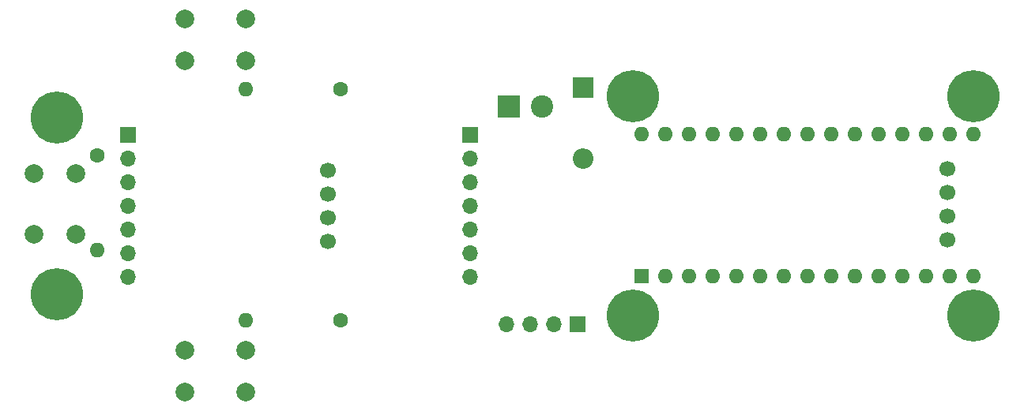
<source format=gbr>
%TF.GenerationSoftware,KiCad,Pcbnew,(6.0.9-0)*%
%TF.CreationDate,2023-03-25T23:39:45+01:00*%
%TF.ProjectId,FilamentSpoolScale,46696c61-6d65-46e7-9453-706f6f6c5363,rev?*%
%TF.SameCoordinates,Original*%
%TF.FileFunction,Soldermask,Bot*%
%TF.FilePolarity,Negative*%
%FSLAX46Y46*%
G04 Gerber Fmt 4.6, Leading zero omitted, Abs format (unit mm)*
G04 Created by KiCad (PCBNEW (6.0.9-0)) date 2023-03-25 23:39:45*
%MOMM*%
%LPD*%
G01*
G04 APERTURE LIST*
%ADD10C,3.600000*%
%ADD11C,5.600000*%
%ADD12R,1.700000X1.700000*%
%ADD13O,1.700000X1.700000*%
%ADD14R,1.600000X1.600000*%
%ADD15O,1.600000X1.600000*%
%ADD16C,2.000000*%
%ADD17R,2.200000X2.200000*%
%ADD18O,2.200000X2.200000*%
%ADD19C,1.700000*%
%ADD20R,2.400000X2.400000*%
%ADD21C,2.400000*%
%ADD22C,1.600000*%
G04 APERTURE END LIST*
D10*
%TO.C,H5*%
X29800000Y-38000000D03*
D11*
X29800000Y-38000000D03*
%TD*%
%TO.C,H2*%
X128000000Y-35750000D03*
D10*
X128000000Y-35750000D03*
%TD*%
D12*
%TO.C,J5*%
X74100000Y-39900000D03*
D13*
X74100000Y-42440000D03*
X74100000Y-44980000D03*
X74100000Y-47520000D03*
X74100000Y-50060000D03*
X74100000Y-52600000D03*
X74100000Y-55140000D03*
%TD*%
D14*
%TO.C,A1*%
X92450000Y-55000000D03*
D15*
X94990000Y-55000000D03*
X97530000Y-55000000D03*
X100070000Y-55000000D03*
X102610000Y-55000000D03*
X105150000Y-55000000D03*
X107690000Y-55000000D03*
X110230000Y-55000000D03*
X112770000Y-55000000D03*
X115310000Y-55000000D03*
X117850000Y-55000000D03*
X120390000Y-55000000D03*
X122930000Y-55000000D03*
X125470000Y-55000000D03*
X128010000Y-55000000D03*
X128010000Y-39760000D03*
X125470000Y-39760000D03*
X122930000Y-39760000D03*
X120390000Y-39760000D03*
X117850000Y-39760000D03*
X115310000Y-39760000D03*
X112770000Y-39760000D03*
X110230000Y-39760000D03*
X107690000Y-39760000D03*
X105150000Y-39760000D03*
X102610000Y-39760000D03*
X100070000Y-39760000D03*
X97530000Y-39760000D03*
X94990000Y-39760000D03*
X92450000Y-39760000D03*
%TD*%
D16*
%TO.C,SW3*%
X43500000Y-31900000D03*
X50000000Y-31900000D03*
X50000000Y-27400000D03*
X43500000Y-27400000D03*
%TD*%
D10*
%TO.C,H4*%
X91500000Y-59250000D03*
D11*
X91500000Y-59250000D03*
%TD*%
%TO.C,H6*%
X29800000Y-57000000D03*
D10*
X29800000Y-57000000D03*
%TD*%
D12*
%TO.C,J6*%
X37400000Y-39900000D03*
D13*
X37400000Y-42440000D03*
X37400000Y-44980000D03*
X37400000Y-47520000D03*
X37400000Y-50060000D03*
X37400000Y-52600000D03*
X37400000Y-55140000D03*
%TD*%
D11*
%TO.C,H1*%
X91500000Y-35750000D03*
D10*
X91500000Y-35750000D03*
%TD*%
D17*
%TO.C,D1*%
X86200000Y-34790000D03*
D18*
X86200000Y-42410000D03*
%TD*%
D16*
%TO.C,SW1*%
X43500000Y-62950000D03*
X50000000Y-62950000D03*
X43500000Y-67450000D03*
X50000000Y-67450000D03*
%TD*%
D19*
%TO.C,J1*%
X58800000Y-51310000D03*
X58800000Y-48770000D03*
X58800000Y-46230000D03*
X58800000Y-43690000D03*
%TD*%
D12*
%TO.C,J4*%
X85600000Y-60200000D03*
D13*
X83060000Y-60200000D03*
X80520000Y-60200000D03*
X77980000Y-60200000D03*
%TD*%
D10*
%TO.C,H3*%
X128000000Y-59250000D03*
D11*
X128000000Y-59250000D03*
%TD*%
D16*
%TO.C,SW2*%
X31800000Y-44000000D03*
X31800000Y-50500000D03*
X27300000Y-44000000D03*
X27300000Y-50500000D03*
%TD*%
D20*
%TO.C,J3*%
X78250000Y-36850000D03*
D21*
X81750000Y-36850000D03*
%TD*%
D19*
%TO.C,J2*%
X125200000Y-43550000D03*
X125200000Y-46090000D03*
X125200000Y-48630000D03*
X125200000Y-51170000D03*
%TD*%
D22*
%TO.C,R1*%
X60180000Y-59800000D03*
D15*
X50020000Y-59800000D03*
%TD*%
D22*
%TO.C,R3*%
X60180000Y-35000000D03*
D15*
X50020000Y-35000000D03*
%TD*%
D22*
%TO.C,R2*%
X34100000Y-42100000D03*
D15*
X34100000Y-52260000D03*
%TD*%
M02*

</source>
